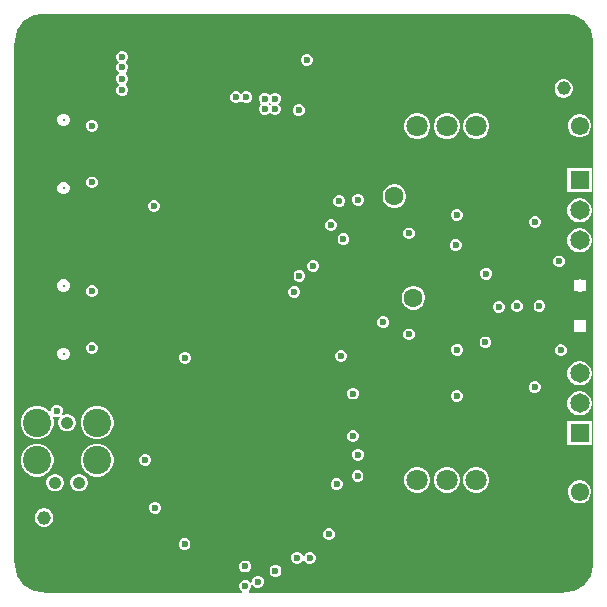
<source format=gbr>
%TF.GenerationSoftware,Altium Limited,Altium Designer,24.2.2 (26)*%
G04 Layer_Physical_Order=2*
G04 Layer_Color=36540*
%FSLAX45Y45*%
%MOMM*%
%TF.SameCoordinates,9421A899-AC1A-4384-8821-8213F9677E77*%
%TF.FilePolarity,Positive*%
%TF.FileFunction,Copper,L2,Inr,Signal*%
%TF.Part,Single*%
G01*
G75*
%TA.AperFunction,ComponentPad*%
%ADD46C,1.60000*%
%ADD47C,1.55000*%
%ADD48C,2.40000*%
%ADD49C,1.06700*%
%ADD50C,4.46000*%
%ADD51C,1.80000*%
%TA.AperFunction,WasherPad*%
%ADD52C,1.15200*%
%TA.AperFunction,ComponentPad*%
%ADD53C,0.32500*%
%TA.AperFunction,ViaPad*%
%ADD54C,5.00000*%
%TA.AperFunction,ComponentPad*%
%ADD55C,1.65000*%
%ADD56R,1.65000X1.65000*%
%TA.AperFunction,ViaPad*%
%ADD57C,0.80000*%
%ADD58C,0.60000*%
G36*
X10377500Y10567500D02*
X10627500D01*
Y6167500D01*
X10377500D01*
Y5917500D01*
X7713561Y5917500D01*
X7710916Y5929685D01*
X7710911Y5930200D01*
X7724888Y5944177D01*
X7732500Y5962554D01*
Y5978939D01*
X7744684Y5981584D01*
X7745200Y5981589D01*
X7759177Y5967612D01*
X7777554Y5960000D01*
X7797446D01*
X7815823Y5967612D01*
X7829888Y5981677D01*
X7837500Y6000054D01*
Y6019946D01*
X7829888Y6038323D01*
X7815823Y6052388D01*
X7797446Y6060000D01*
X7777554D01*
X7759177Y6052388D01*
X7745112Y6038323D01*
X7737500Y6019946D01*
Y6003561D01*
X7725316Y6000916D01*
X7724800Y6000911D01*
X7710823Y6014888D01*
X7692446Y6022500D01*
X7672554D01*
X7654177Y6014888D01*
X7640112Y6000823D01*
X7632500Y5982446D01*
Y5962554D01*
X7640112Y5944177D01*
X7654089Y5930200D01*
X7654084Y5929685D01*
X7651439Y5917500D01*
X5977500D01*
Y6167500D01*
X5727500D01*
Y10567500D01*
X5977500D01*
Y10817500D01*
X10377500D01*
Y10567500D01*
D02*
G37*
%LPC*%
G36*
X8212446Y10477500D02*
X8192554D01*
X8174177Y10469888D01*
X8160112Y10455823D01*
X8152500Y10437446D01*
Y10417554D01*
X8160112Y10399177D01*
X8174177Y10385112D01*
X8192554Y10377500D01*
X8212446D01*
X8230823Y10385112D01*
X8244888Y10399177D01*
X8252500Y10417554D01*
Y10437446D01*
X8244888Y10455823D01*
X8230823Y10469888D01*
X8212446Y10477500D01*
D02*
G37*
G36*
X7699945Y10160000D02*
X7680054D01*
X7661677Y10152388D01*
X7654547Y10145258D01*
X7646250Y10139301D01*
X7637953Y10145258D01*
X7630823Y10152388D01*
X7612446Y10160000D01*
X7592554D01*
X7574177Y10152388D01*
X7560112Y10138323D01*
X7552500Y10119946D01*
Y10100054D01*
X7560112Y10081677D01*
X7574177Y10067612D01*
X7592554Y10060000D01*
X7612446D01*
X7630823Y10067612D01*
X7637953Y10074743D01*
X7646250Y10080699D01*
X7654547Y10074743D01*
X7661677Y10067612D01*
X7680054Y10060000D01*
X7699945D01*
X7718323Y10067612D01*
X7732388Y10081677D01*
X7740000Y10100054D01*
Y10119946D01*
X7732388Y10138323D01*
X7718323Y10152388D01*
X7699945Y10160000D01*
D02*
G37*
G36*
X7942446Y10150000D02*
X7922554D01*
X7904177Y10142388D01*
X7897047Y10135258D01*
X7888750Y10129301D01*
X7880453Y10135258D01*
X7873323Y10142388D01*
X7854946Y10150000D01*
X7835054D01*
X7816677Y10142388D01*
X7802612Y10128323D01*
X7795000Y10109946D01*
Y10090054D01*
X7802612Y10071677D01*
X7809743Y10064547D01*
X7815699Y10056250D01*
X7809743Y10047953D01*
X7802612Y10040823D01*
X7795000Y10022446D01*
Y10002554D01*
X7802612Y9984177D01*
X7816677Y9970112D01*
X7835054Y9962500D01*
X7854946D01*
X7873323Y9970112D01*
X7880453Y9977242D01*
X7888750Y9983199D01*
X7897047Y9977242D01*
X7904177Y9970112D01*
X7922554Y9962500D01*
X7942446D01*
X7960823Y9970112D01*
X7974888Y9984177D01*
X7982500Y10002554D01*
Y10022446D01*
X7974888Y10040823D01*
X7967757Y10047953D01*
X7961801Y10056250D01*
X7967757Y10064547D01*
X7974888Y10071677D01*
X7982500Y10090054D01*
Y10109946D01*
X7974888Y10128323D01*
X7960823Y10142388D01*
X7942446Y10150000D01*
D02*
G37*
G36*
X6649945Y10502500D02*
X6630054D01*
X6611677Y10494888D01*
X6597612Y10480823D01*
X6590000Y10462445D01*
Y10442554D01*
X6597612Y10424177D01*
X6604742Y10417046D01*
X6610699Y10408750D01*
X6604742Y10400453D01*
X6597612Y10393323D01*
X6590000Y10374945D01*
Y10355054D01*
X6597612Y10336677D01*
X6611677Y10322612D01*
X6611706Y10322600D01*
Y10309900D01*
X6611677Y10309888D01*
X6597612Y10295823D01*
X6590000Y10277446D01*
Y10257554D01*
X6597612Y10239177D01*
X6611677Y10225112D01*
X6611706Y10225100D01*
Y10212400D01*
X6611677Y10212388D01*
X6597612Y10198323D01*
X6590000Y10179945D01*
Y10160054D01*
X6597612Y10141677D01*
X6611677Y10127612D01*
X6630054Y10120000D01*
X6649945D01*
X6668322Y10127612D01*
X6682388Y10141677D01*
X6690000Y10160054D01*
Y10179945D01*
X6682388Y10198323D01*
X6668322Y10212388D01*
X6668293Y10212400D01*
Y10225100D01*
X6668322Y10225112D01*
X6682388Y10239177D01*
X6690000Y10257554D01*
Y10277446D01*
X6682388Y10295823D01*
X6668322Y10309888D01*
X6668294Y10309900D01*
Y10322600D01*
X6668322Y10322612D01*
X6682388Y10336677D01*
X6690000Y10355054D01*
Y10374945D01*
X6682388Y10393323D01*
X6675257Y10400453D01*
X6669301Y10408750D01*
X6675257Y10417046D01*
X6682388Y10424177D01*
X6690000Y10442554D01*
Y10462445D01*
X6682388Y10480823D01*
X6668322Y10494888D01*
X6649945Y10502500D01*
D02*
G37*
G36*
X10387716Y10262600D02*
X10367284D01*
X10347548Y10257312D01*
X10329853Y10247095D01*
X10315405Y10232648D01*
X10305188Y10214953D01*
X10299900Y10195216D01*
Y10174784D01*
X10305188Y10155048D01*
X10315405Y10137353D01*
X10329853Y10122905D01*
X10340996Y10116471D01*
X10347548Y10112689D01*
X10367284Y10107400D01*
X10387716D01*
X10407452Y10112689D01*
X10425147Y10122905D01*
X10439595Y10137353D01*
X10449811Y10155048D01*
X10455100Y10174784D01*
Y10195216D01*
X10449811Y10214953D01*
X10439595Y10232648D01*
X10425147Y10247095D01*
X10407452Y10257312D01*
X10387716Y10262600D01*
D02*
G37*
G36*
X8144946Y10050000D02*
X8125054D01*
X8106677Y10042388D01*
X8092612Y10028323D01*
X8085000Y10009946D01*
Y9990054D01*
X8092612Y9971677D01*
X8106677Y9957612D01*
X8125054Y9950000D01*
X8144946D01*
X8163323Y9957612D01*
X8177388Y9971677D01*
X8185000Y9990054D01*
Y10009946D01*
X8177388Y10028323D01*
X8163323Y10042388D01*
X8144946Y10050000D01*
D02*
G37*
G36*
X6154680Y9970954D02*
X6133794D01*
X6114498Y9962962D01*
X6099730Y9948193D01*
X6091737Y9928897D01*
Y9908011D01*
X6099730Y9888716D01*
X6114498Y9873947D01*
X6133794Y9865954D01*
X6154680D01*
X6173976Y9873947D01*
X6188745Y9888716D01*
X6196737Y9908011D01*
Y9928897D01*
X6188745Y9948193D01*
X6173976Y9962962D01*
X6154680Y9970954D01*
D02*
G37*
G36*
X6394946Y9919500D02*
X6375054D01*
X6356677Y9911888D01*
X6342612Y9897823D01*
X6335000Y9879446D01*
Y9859554D01*
X6342612Y9841177D01*
X6356677Y9827112D01*
X6375054Y9819500D01*
X6394946D01*
X6413323Y9827112D01*
X6427388Y9841177D01*
X6435000Y9859554D01*
Y9879446D01*
X6427388Y9897823D01*
X6413323Y9911888D01*
X6394946Y9919500D01*
D02*
G37*
G36*
X10524236Y9967000D02*
X10498564D01*
X10473766Y9960355D01*
X10451534Y9947519D01*
X10433381Y9929366D01*
X10420545Y9907134D01*
X10413900Y9882336D01*
Y9856664D01*
X10420545Y9831866D01*
X10433381Y9809634D01*
X10451534Y9791481D01*
X10473766Y9778645D01*
X10498564Y9772000D01*
X10524236D01*
X10549034Y9778645D01*
X10571266Y9791481D01*
X10589420Y9809634D01*
X10602255Y9831866D01*
X10608900Y9856664D01*
Y9882336D01*
X10602255Y9907134D01*
X10589420Y9929366D01*
X10571266Y9947519D01*
X10549034Y9960355D01*
X10524236Y9967000D01*
D02*
G37*
G36*
X9652546Y9975333D02*
X9623582D01*
X9595606Y9967837D01*
X9570523Y9953355D01*
X9550043Y9932874D01*
X9535561Y9907791D01*
X9528065Y9879815D01*
Y9850851D01*
X9535561Y9822875D01*
X9550043Y9797792D01*
X9570523Y9777311D01*
X9595606Y9762830D01*
X9623582Y9755333D01*
X9652546D01*
X9680523Y9762830D01*
X9705606Y9777311D01*
X9726086Y9797792D01*
X9740568Y9822875D01*
X9748064Y9850851D01*
Y9879815D01*
X9740568Y9907791D01*
X9726086Y9932874D01*
X9705606Y9953355D01*
X9680523Y9967837D01*
X9652546Y9975333D01*
D02*
G37*
G36*
X9402546D02*
X9373582D01*
X9345606Y9967837D01*
X9320523Y9953355D01*
X9300043Y9932874D01*
X9285561Y9907791D01*
X9278065Y9879815D01*
Y9850851D01*
X9285561Y9822875D01*
X9300043Y9797792D01*
X9320523Y9777311D01*
X9345606Y9762830D01*
X9373582Y9755333D01*
X9402546D01*
X9430523Y9762830D01*
X9455606Y9777311D01*
X9476086Y9797792D01*
X9490568Y9822875D01*
X9498064Y9850851D01*
Y9879815D01*
X9490568Y9907791D01*
X9476086Y9932874D01*
X9455606Y9953355D01*
X9430523Y9967837D01*
X9402546Y9975333D01*
D02*
G37*
G36*
X9152546D02*
X9123582D01*
X9095606Y9967837D01*
X9070523Y9953355D01*
X9050043Y9932874D01*
X9035561Y9907791D01*
X9028064Y9879815D01*
Y9850851D01*
X9035561Y9822875D01*
X9050043Y9797792D01*
X9070523Y9777311D01*
X9095606Y9762830D01*
X9123582Y9755333D01*
X9152546D01*
X9180523Y9762830D01*
X9205606Y9777311D01*
X9226086Y9797792D01*
X9240568Y9822875D01*
X9248064Y9850851D01*
Y9879815D01*
X9240568Y9907791D01*
X9226086Y9932874D01*
X9205606Y9953355D01*
X9180523Y9967837D01*
X9152546Y9975333D01*
D02*
G37*
G36*
X6394946Y9439500D02*
X6375054D01*
X6356677Y9431888D01*
X6342612Y9417823D01*
X6335000Y9399446D01*
Y9379554D01*
X6342612Y9361177D01*
X6356677Y9347112D01*
X6375054Y9339500D01*
X6394946D01*
X6413323Y9347112D01*
X6427388Y9361177D01*
X6435000Y9379554D01*
Y9399446D01*
X6427388Y9417823D01*
X6413323Y9431888D01*
X6394946Y9439500D01*
D02*
G37*
G36*
X10613899Y9509541D02*
X10408899D01*
Y9304541D01*
X10613899D01*
Y9509541D01*
D02*
G37*
G36*
X6154680Y9392955D02*
X6133794D01*
X6114498Y9384962D01*
X6099730Y9370193D01*
X6091737Y9350897D01*
Y9330012D01*
X6099730Y9310716D01*
X6114498Y9295947D01*
X6133794Y9287954D01*
X6154680D01*
X6173976Y9295947D01*
X6188745Y9310716D01*
X6196737Y9330012D01*
Y9350897D01*
X6188745Y9370193D01*
X6173976Y9384962D01*
X6154680Y9392955D01*
D02*
G37*
G36*
X8647446Y9292500D02*
X8627554D01*
X8609177Y9284888D01*
X8595112Y9270823D01*
X8587500Y9252446D01*
Y9232554D01*
X8595112Y9214177D01*
X8609177Y9200112D01*
X8627554Y9192500D01*
X8647446D01*
X8665823Y9200112D01*
X8679888Y9214177D01*
X8687500Y9232554D01*
Y9252446D01*
X8679888Y9270823D01*
X8665823Y9284888D01*
X8647446Y9292500D01*
D02*
G37*
G36*
X8487446Y9280000D02*
X8467554D01*
X8449177Y9272388D01*
X8435112Y9258323D01*
X8427500Y9239946D01*
Y9220054D01*
X8435112Y9201677D01*
X8449177Y9187612D01*
X8467554Y9180000D01*
X8487446D01*
X8505823Y9187612D01*
X8519888Y9201677D01*
X8527500Y9220054D01*
Y9239946D01*
X8519888Y9258323D01*
X8505823Y9272388D01*
X8487446Y9280000D01*
D02*
G37*
G36*
X8957865Y9373034D02*
X8931534D01*
X8906101Y9366219D01*
X8883298Y9353053D01*
X8864680Y9334435D01*
X8851514Y9311632D01*
X8844700Y9286199D01*
Y9259868D01*
X8851514Y9234435D01*
X8864680Y9211633D01*
X8883298Y9193014D01*
X8906101Y9179849D01*
X8931534Y9173034D01*
X8957865D01*
X8983298Y9179849D01*
X9006101Y9193014D01*
X9024719Y9211633D01*
X9037884Y9234435D01*
X9044699Y9259868D01*
Y9286199D01*
X9037884Y9311632D01*
X9024719Y9334435D01*
X9006101Y9353053D01*
X8983298Y9366219D01*
X8957865Y9373034D01*
D02*
G37*
G36*
X6917446Y9240000D02*
X6897554D01*
X6879177Y9232388D01*
X6865112Y9218323D01*
X6857500Y9199946D01*
Y9180054D01*
X6865112Y9161677D01*
X6879177Y9147612D01*
X6897554Y9140000D01*
X6917446D01*
X6935823Y9147612D01*
X6949888Y9161677D01*
X6957500Y9180054D01*
Y9199946D01*
X6949888Y9218323D01*
X6935823Y9232388D01*
X6917446Y9240000D01*
D02*
G37*
G36*
X9482446Y9165000D02*
X9462554D01*
X9444177Y9157388D01*
X9430112Y9143323D01*
X9422500Y9124946D01*
Y9105054D01*
X9430112Y9086677D01*
X9444177Y9072612D01*
X9462554Y9065000D01*
X9482446D01*
X9500823Y9072612D01*
X9514888Y9086677D01*
X9522500Y9105054D01*
Y9124946D01*
X9514888Y9143323D01*
X9500823Y9157388D01*
X9482446Y9165000D01*
D02*
G37*
G36*
X10524894Y9255541D02*
X10497905D01*
X10471836Y9248556D01*
X10448463Y9235062D01*
X10429379Y9215978D01*
X10415885Y9192605D01*
X10408899Y9166535D01*
Y9139547D01*
X10415885Y9113478D01*
X10429379Y9090105D01*
X10448463Y9071021D01*
X10471836Y9057526D01*
X10497905Y9050541D01*
X10524894D01*
X10550963Y9057526D01*
X10574336Y9071021D01*
X10593420Y9090105D01*
X10606914Y9113478D01*
X10613899Y9139547D01*
Y9166535D01*
X10606914Y9192605D01*
X10593420Y9215978D01*
X10574336Y9235062D01*
X10550963Y9248556D01*
X10524894Y9255541D01*
D02*
G37*
G36*
X10144946Y9105000D02*
X10125054D01*
X10106677Y9097388D01*
X10092612Y9083323D01*
X10085000Y9064946D01*
Y9045054D01*
X10092612Y9026677D01*
X10106677Y9012612D01*
X10125054Y9005000D01*
X10144946D01*
X10163323Y9012612D01*
X10177388Y9026677D01*
X10185000Y9045054D01*
Y9064946D01*
X10177388Y9083323D01*
X10163323Y9097388D01*
X10144946Y9105000D01*
D02*
G37*
G36*
X8417446Y9077500D02*
X8397554D01*
X8379177Y9069888D01*
X8365112Y9055823D01*
X8357500Y9037446D01*
Y9017554D01*
X8365112Y8999177D01*
X8379177Y8985112D01*
X8397554Y8977500D01*
X8417446D01*
X8435823Y8985112D01*
X8449888Y8999177D01*
X8457500Y9017554D01*
Y9037446D01*
X8449888Y9055823D01*
X8435823Y9069888D01*
X8417446Y9077500D01*
D02*
G37*
G36*
X9077446Y9007500D02*
X9057554D01*
X9039177Y8999888D01*
X9025112Y8985823D01*
X9017500Y8967446D01*
Y8947554D01*
X9025112Y8929177D01*
X9039177Y8915112D01*
X9057554Y8907500D01*
X9077446D01*
X9095823Y8915112D01*
X9109888Y8929177D01*
X9117500Y8947554D01*
Y8967446D01*
X9109888Y8985823D01*
X9095823Y8999888D01*
X9077446Y9007500D01*
D02*
G37*
G36*
X8522446Y8957500D02*
X8502554D01*
X8484177Y8949888D01*
X8470112Y8935823D01*
X8462500Y8917446D01*
Y8897554D01*
X8470112Y8879177D01*
X8484177Y8865112D01*
X8502554Y8857500D01*
X8522446D01*
X8540823Y8865112D01*
X8554888Y8879177D01*
X8562500Y8897554D01*
Y8917446D01*
X8554888Y8935823D01*
X8540823Y8949888D01*
X8522446Y8957500D01*
D02*
G37*
G36*
X9472446Y8907500D02*
X9452554D01*
X9434177Y8899888D01*
X9420112Y8885823D01*
X9412500Y8867446D01*
Y8847554D01*
X9420112Y8829177D01*
X9434177Y8815112D01*
X9452554Y8807500D01*
X9472446D01*
X9490823Y8815112D01*
X9504888Y8829177D01*
X9512500Y8847554D01*
Y8867446D01*
X9504888Y8885823D01*
X9490823Y8899888D01*
X9472446Y8907500D01*
D02*
G37*
G36*
X10524894Y9001541D02*
X10497905D01*
X10471836Y8994556D01*
X10448463Y8981062D01*
X10429379Y8961978D01*
X10415885Y8938605D01*
X10408899Y8912535D01*
Y8885547D01*
X10415885Y8859478D01*
X10429379Y8836105D01*
X10448463Y8817021D01*
X10471836Y8803526D01*
X10497905Y8796541D01*
X10524894D01*
X10550963Y8803526D01*
X10574336Y8817021D01*
X10593420Y8836105D01*
X10606914Y8859478D01*
X10613899Y8885547D01*
Y8912535D01*
X10606914Y8938605D01*
X10593420Y8961978D01*
X10574336Y8981062D01*
X10550963Y8994556D01*
X10524894Y9001541D01*
D02*
G37*
G36*
X10347902Y8770456D02*
X10328011D01*
X10309634Y8762845D01*
X10295568Y8748779D01*
X10287957Y8730402D01*
Y8710511D01*
X10295568Y8692134D01*
X10309634Y8678068D01*
X10328011Y8670457D01*
X10347902D01*
X10364800Y8677456D01*
X10366279Y8678068D01*
X10380344Y8692134D01*
X10387956Y8710511D01*
Y8730402D01*
X10380344Y8748779D01*
X10366279Y8762845D01*
X10364800Y8763457D01*
D01*
X10347902Y8770456D01*
D02*
G37*
G36*
X8267446Y8732500D02*
X8247554D01*
X8229177Y8724888D01*
X8215112Y8710823D01*
X8207500Y8692446D01*
Y8672554D01*
X8215112Y8654177D01*
X8229177Y8640112D01*
X8247554Y8632500D01*
X8267446D01*
X8285823Y8640112D01*
X8299888Y8654177D01*
X8307500Y8672554D01*
Y8692446D01*
X8299888Y8710823D01*
X8285823Y8724888D01*
X8267446Y8732500D01*
D02*
G37*
G36*
X9732446Y8667500D02*
X9712554D01*
X9694177Y8659888D01*
X9680112Y8645823D01*
X9672500Y8627446D01*
Y8607554D01*
X9680112Y8589177D01*
X9694177Y8575112D01*
X9712554Y8567500D01*
X9732446D01*
X9750823Y8575112D01*
X9764888Y8589177D01*
X9772500Y8607554D01*
Y8627446D01*
X9764888Y8645823D01*
X9750823Y8659888D01*
X9732446Y8667500D01*
D02*
G37*
G36*
X8149946Y8650000D02*
X8130054D01*
X8111677Y8642388D01*
X8097612Y8628323D01*
X8090000Y8609946D01*
Y8590054D01*
X8097612Y8571677D01*
X8111677Y8557612D01*
X8130054Y8550000D01*
X8149946D01*
X8168323Y8557612D01*
X8182388Y8571677D01*
X8190000Y8590054D01*
Y8609946D01*
X8182388Y8628323D01*
X8168323Y8642388D01*
X8149946Y8650000D01*
D02*
G37*
G36*
X10524772Y8568600D02*
X10504086D01*
X10499258Y8566600D01*
X10464400D01*
Y8531701D01*
X10462429Y8526943D01*
Y8506257D01*
X10464400Y8501499D01*
Y8466600D01*
X10499257D01*
X10504086Y8464600D01*
X10524772D01*
X10529601Y8466600D01*
X10564400D01*
Y8501358D01*
X10566429Y8506257D01*
Y8526943D01*
X10564400Y8531842D01*
Y8566600D01*
X10529600D01*
X10524772Y8568600D01*
D02*
G37*
G36*
X6154643Y8568454D02*
X6133757D01*
X6114461Y8560462D01*
X6099693Y8545693D01*
X6091700Y8526397D01*
Y8505511D01*
X6099693Y8486215D01*
X6114461Y8471447D01*
X6133757Y8463454D01*
X6154643D01*
X6173939Y8471447D01*
X6188707Y8486215D01*
X6196700Y8505511D01*
Y8526397D01*
X6188707Y8545693D01*
X6173939Y8560462D01*
X6154643Y8568454D01*
D02*
G37*
G36*
X6394946Y8517000D02*
X6375054D01*
X6356677Y8509388D01*
X6342612Y8495323D01*
X6335000Y8476946D01*
Y8457054D01*
X6342612Y8438677D01*
X6356677Y8424612D01*
X6375054Y8417000D01*
X6394946D01*
X6413323Y8424612D01*
X6427388Y8438677D01*
X6435000Y8457054D01*
Y8476946D01*
X6427388Y8495323D01*
X6413323Y8509388D01*
X6394946Y8517000D01*
D02*
G37*
G36*
X8107446Y8512500D02*
X8087554D01*
X8069177Y8504888D01*
X8055112Y8490823D01*
X8047500Y8472446D01*
Y8452554D01*
X8055112Y8434177D01*
X8069177Y8420112D01*
X8087554Y8412500D01*
X8107446D01*
X8125823Y8420112D01*
X8139888Y8434177D01*
X8147500Y8452554D01*
Y8472446D01*
X8139888Y8490823D01*
X8125823Y8504888D01*
X8107446Y8512500D01*
D02*
G37*
G36*
X9117865Y8513055D02*
X9091534D01*
X9066101Y8506240D01*
X9043298Y8493075D01*
X9024680Y8474456D01*
X9011515Y8451653D01*
X9004700Y8426220D01*
Y8399890D01*
X9011515Y8374457D01*
X9024680Y8351654D01*
X9043298Y8333035D01*
X9066101Y8319870D01*
X9091534Y8313055D01*
X9117865D01*
X9143298Y8319870D01*
X9166101Y8333035D01*
X9184719Y8351654D01*
X9197885Y8374457D01*
X9204699Y8399890D01*
Y8426220D01*
X9197885Y8451653D01*
X9184719Y8474456D01*
X9166101Y8493075D01*
X9143298Y8506240D01*
X9117865Y8513055D01*
D02*
G37*
G36*
X10182446Y8392500D02*
X10162554D01*
X10144177Y8384888D01*
X10130112Y8370823D01*
X10122500Y8352446D01*
Y8332554D01*
X10130112Y8314177D01*
X10144177Y8300112D01*
X10162554Y8292500D01*
X10182446D01*
X10200823Y8300112D01*
X10214888Y8314177D01*
X10222500Y8332554D01*
Y8352446D01*
X10214888Y8370823D01*
X10200823Y8384888D01*
X10182446Y8392500D01*
D02*
G37*
G36*
X9992446Y8390000D02*
X9972554D01*
X9954177Y8382388D01*
X9940112Y8368323D01*
X9932500Y8349946D01*
Y8330054D01*
X9940112Y8311677D01*
X9954177Y8297612D01*
X9972554Y8290000D01*
X9992446D01*
X10010823Y8297612D01*
X10024888Y8311677D01*
X10032500Y8330054D01*
Y8349946D01*
X10024888Y8368323D01*
X10010823Y8382388D01*
X9992446Y8390000D01*
D02*
G37*
G36*
X9837446Y8385000D02*
X9817554D01*
X9799177Y8377388D01*
X9785112Y8363323D01*
X9777500Y8344946D01*
Y8325054D01*
X9785112Y8306677D01*
X9799177Y8292612D01*
X9817554Y8285000D01*
X9837446D01*
X9855823Y8292612D01*
X9869888Y8306677D01*
X9877500Y8325054D01*
Y8344946D01*
X9869888Y8363323D01*
X9855823Y8377388D01*
X9837446Y8385000D01*
D02*
G37*
G36*
X8859946Y8255000D02*
X8840054D01*
X8821677Y8247388D01*
X8807612Y8233323D01*
X8800000Y8214946D01*
Y8195054D01*
X8807612Y8176677D01*
X8821677Y8162612D01*
X8840054Y8155000D01*
X8859946D01*
X8878323Y8162612D01*
X8892388Y8176677D01*
X8900000Y8195054D01*
Y8214946D01*
X8892388Y8233323D01*
X8878323Y8247388D01*
X8859946Y8255000D01*
D02*
G37*
G36*
X10524744Y8228575D02*
X10504057D01*
X10499288Y8226600D01*
X10464400D01*
Y8191747D01*
X10462400Y8186919D01*
Y8166232D01*
X10464400Y8161404D01*
Y8126600D01*
X10499169D01*
X10504057Y8124576D01*
X10524744D01*
X10529632Y8126600D01*
X10564400D01*
Y8161403D01*
X10566400Y8166232D01*
Y8186919D01*
X10564400Y8191748D01*
Y8226600D01*
X10529513D01*
X10524744Y8228575D01*
D02*
G37*
G36*
X9077446Y8152500D02*
X9057554D01*
X9039177Y8144888D01*
X9025112Y8130823D01*
X9017500Y8112446D01*
Y8092554D01*
X9025112Y8074177D01*
X9039177Y8060112D01*
X9057554Y8052500D01*
X9077446D01*
X9095823Y8060112D01*
X9109888Y8074177D01*
X9117500Y8092554D01*
Y8112446D01*
X9109888Y8130823D01*
X9095823Y8144888D01*
X9077446Y8152500D01*
D02*
G37*
G36*
X9724945Y8085000D02*
X9705054D01*
X9686677Y8077388D01*
X9672612Y8063323D01*
X9665000Y8044946D01*
Y8025054D01*
X9672612Y8006677D01*
X9686677Y7992612D01*
X9705054Y7985000D01*
X9724945D01*
X9743323Y7992612D01*
X9757388Y8006677D01*
X9765000Y8025054D01*
Y8044946D01*
X9757388Y8063323D01*
X9743323Y8077388D01*
X9724945Y8085000D01*
D02*
G37*
G36*
X6394946Y8037000D02*
X6375054D01*
X6356677Y8029388D01*
X6342612Y8015323D01*
X6335000Y7996946D01*
Y7977054D01*
X6342612Y7958677D01*
X6356677Y7944612D01*
X6375054Y7937000D01*
X6394946D01*
X6413323Y7944612D01*
X6427388Y7958677D01*
X6435000Y7977054D01*
Y7996946D01*
X6427388Y8015323D01*
X6413323Y8029388D01*
X6394946Y8037000D01*
D02*
G37*
G36*
X9487446Y8022500D02*
X9467554D01*
X9449177Y8014888D01*
X9435112Y8000823D01*
X9427500Y7982446D01*
Y7962554D01*
X9435112Y7944177D01*
X9449177Y7930112D01*
X9467554Y7922500D01*
X9487446D01*
X9505823Y7930112D01*
X9519888Y7944177D01*
X9527500Y7962554D01*
Y7982446D01*
X9519888Y8000823D01*
X9505823Y8014888D01*
X9487446Y8022500D01*
D02*
G37*
G36*
X10364946Y8017500D02*
X10345054D01*
X10332700Y8012383D01*
X10326677Y8009888D01*
X10312612Y7995823D01*
X10305000Y7977446D01*
Y7957554D01*
X10312612Y7939177D01*
X10326677Y7925112D01*
X10345054Y7917500D01*
X10364946D01*
X10383323Y7925112D01*
X10397388Y7939177D01*
X10405000Y7957554D01*
Y7977446D01*
X10397388Y7995823D01*
X10383323Y8009888D01*
X10366940Y8016674D01*
X10364946Y8017500D01*
D02*
G37*
G36*
X6154643Y7990454D02*
X6133757D01*
X6114461Y7982462D01*
X6099693Y7967693D01*
X6091700Y7948397D01*
Y7927511D01*
X6099693Y7908216D01*
X6114461Y7893447D01*
X6133757Y7885454D01*
X6154643D01*
X6173939Y7893447D01*
X6188707Y7908216D01*
X6196700Y7927511D01*
Y7948397D01*
X6188707Y7967693D01*
X6173939Y7982462D01*
X6154643Y7990454D01*
D02*
G37*
G36*
X8502446Y7970000D02*
X8482554D01*
X8464177Y7962388D01*
X8450112Y7948323D01*
X8442500Y7929946D01*
Y7910054D01*
X8450112Y7891677D01*
X8464177Y7877612D01*
X8482554Y7870000D01*
X8502446D01*
X8520823Y7877612D01*
X8534888Y7891677D01*
X8542500Y7910054D01*
Y7929946D01*
X8534888Y7948323D01*
X8520823Y7962388D01*
X8502446Y7970000D01*
D02*
G37*
G36*
X7179946Y7955000D02*
X7160054D01*
X7141677Y7947388D01*
X7127612Y7933323D01*
X7120000Y7914946D01*
Y7895054D01*
X7127612Y7876677D01*
X7141677Y7862612D01*
X7160054Y7855000D01*
X7179946D01*
X7198323Y7862612D01*
X7212388Y7876677D01*
X7220000Y7895054D01*
Y7914946D01*
X7212388Y7933323D01*
X7198323Y7947388D01*
X7179946Y7955000D01*
D02*
G37*
G36*
X10524894Y7875959D02*
X10497906D01*
X10471837Y7868974D01*
X10448464Y7855479D01*
X10429380Y7836395D01*
X10415885Y7813022D01*
X10408900Y7786953D01*
Y7759965D01*
X10415885Y7733895D01*
X10429380Y7710523D01*
X10448464Y7691439D01*
X10471837Y7677944D01*
X10497906Y7670959D01*
X10524894D01*
X10550964Y7677944D01*
X10574336Y7691439D01*
X10593421Y7710523D01*
X10606915Y7733895D01*
X10613900Y7759965D01*
Y7786953D01*
X10606915Y7813022D01*
X10593421Y7836395D01*
X10574336Y7855479D01*
X10550964Y7868974D01*
X10524894Y7875959D01*
D02*
G37*
G36*
X10142446Y7705000D02*
X10122554D01*
X10104177Y7697388D01*
X10090112Y7683323D01*
X10082500Y7664946D01*
Y7645054D01*
X10090112Y7626677D01*
X10104177Y7612612D01*
X10122554Y7605000D01*
X10142446D01*
X10160823Y7612612D01*
X10174888Y7626677D01*
X10182500Y7645054D01*
Y7664946D01*
X10174888Y7683323D01*
X10160823Y7697388D01*
X10142446Y7705000D01*
D02*
G37*
G36*
X8602446Y7652500D02*
X8582554D01*
X8564177Y7644888D01*
X8550112Y7630823D01*
X8542500Y7612446D01*
Y7592554D01*
X8550112Y7574177D01*
X8564177Y7560112D01*
X8582554Y7552500D01*
X8602446D01*
X8620823Y7560112D01*
X8634888Y7574177D01*
X8642500Y7592554D01*
Y7612446D01*
X8634888Y7630823D01*
X8620823Y7644888D01*
X8602446Y7652500D01*
D02*
G37*
G36*
X9482446Y7632500D02*
X9462554D01*
X9444177Y7624888D01*
X9430112Y7610823D01*
X9422500Y7592446D01*
Y7572554D01*
X9430112Y7554177D01*
X9444177Y7540112D01*
X9462554Y7532500D01*
X9482446D01*
X9500823Y7540112D01*
X9514888Y7554177D01*
X9522500Y7572554D01*
Y7592446D01*
X9514888Y7610823D01*
X9500823Y7624888D01*
X9482446Y7632500D01*
D02*
G37*
G36*
X6094946Y7507500D02*
X6075054D01*
X6067500Y7504371D01*
D01*
X6056677Y7499888D01*
X6042612Y7485823D01*
X6035000Y7467446D01*
Y7455129D01*
X6022300Y7449869D01*
D01*
X6004816Y7467353D01*
X5972892Y7485785D01*
X5937285Y7495325D01*
X5900423D01*
X5864816Y7485785D01*
X5832892Y7467353D01*
X5806826Y7441287D01*
X5788395Y7409363D01*
X5778854Y7373757D01*
Y7336894D01*
X5788395Y7301287D01*
X5806826Y7269363D01*
X5832892Y7243298D01*
X5864816Y7224866D01*
X5900423Y7215325D01*
X5937285D01*
X5972892Y7224866D01*
X6004816Y7243298D01*
X6030882Y7269363D01*
X6049313Y7301287D01*
X6054800Y7321764D01*
D01*
X6058854Y7336894D01*
Y7373757D01*
X6050587Y7404609D01*
X6061096Y7413282D01*
X6075054Y7407500D01*
X6094946D01*
X6109267Y7413432D01*
X6116461Y7402665D01*
X6114159Y7400363D01*
X6104503Y7383638D01*
X6099504Y7364982D01*
Y7345669D01*
X6104503Y7327013D01*
X6114159Y7310287D01*
X6127816Y7296631D01*
X6144542Y7286974D01*
X6163197Y7281976D01*
X6182510D01*
X6201166Y7286974D01*
X6217892Y7296631D01*
X6231548Y7310287D01*
X6241205Y7327013D01*
X6246204Y7345669D01*
Y7364982D01*
X6241205Y7383638D01*
X6231548Y7400363D01*
X6217892Y7414020D01*
X6201166Y7423677D01*
X6182510Y7428675D01*
X6163197D01*
X6144542Y7423677D01*
X6133437Y7417265D01*
X6125638Y7427428D01*
X6127388Y7429177D01*
X6135000Y7447554D01*
Y7467446D01*
X6127388Y7485823D01*
X6113323Y7499888D01*
X6094946Y7507500D01*
D02*
G37*
G36*
X10524894Y7621959D02*
X10497906D01*
X10471837Y7614974D01*
X10448464Y7601479D01*
X10429380Y7582395D01*
X10415885Y7559022D01*
X10408900Y7532953D01*
Y7505965D01*
X10415885Y7479895D01*
X10429380Y7456523D01*
X10448464Y7437439D01*
X10471837Y7423944D01*
X10497906Y7416959D01*
X10524894D01*
X10550964Y7423944D01*
X10574336Y7437439D01*
X10593421Y7456523D01*
X10606915Y7479895D01*
X10613900Y7505965D01*
Y7532953D01*
X10606915Y7559022D01*
X10593421Y7582395D01*
X10574336Y7601479D01*
X10550964Y7614974D01*
X10524894Y7621959D01*
D02*
G37*
G36*
X6445285Y7495325D02*
X6408423D01*
X6372816Y7485785D01*
X6340892Y7467353D01*
X6314826Y7441287D01*
X6296395Y7409363D01*
X6286854Y7373757D01*
Y7336894D01*
X6296395Y7301287D01*
X6314826Y7269363D01*
X6340892Y7243298D01*
X6372816Y7224866D01*
X6408423Y7215325D01*
X6445285D01*
X6480892Y7224866D01*
X6512816Y7243298D01*
X6538882Y7269363D01*
X6557313Y7301287D01*
X6566854Y7336894D01*
Y7373757D01*
X6557313Y7409363D01*
X6538882Y7441287D01*
X6512816Y7467353D01*
X6480892Y7485785D01*
X6445285Y7495325D01*
D02*
G37*
G36*
X8602446Y7290000D02*
X8582554D01*
X8564177Y7282388D01*
X8550112Y7268323D01*
X8542500Y7249946D01*
Y7230054D01*
X8550112Y7211677D01*
X8564177Y7197612D01*
X8582554Y7190000D01*
X8602446D01*
X8620823Y7197612D01*
X8634888Y7211677D01*
X8642500Y7230054D01*
Y7249946D01*
X8634888Y7268323D01*
X8620823Y7282388D01*
X8602446Y7290000D01*
D02*
G37*
G36*
X10613900Y7367959D02*
X10408900D01*
Y7162959D01*
X10613900D01*
Y7367959D01*
D02*
G37*
G36*
X8644946Y7135000D02*
X8625054D01*
X8606677Y7127388D01*
X8592612Y7113323D01*
X8585000Y7094946D01*
Y7075054D01*
X8592612Y7056677D01*
X8606677Y7042612D01*
X8625054Y7035000D01*
X8644946D01*
X8663323Y7042612D01*
X8677388Y7056677D01*
X8685000Y7075054D01*
Y7094946D01*
X8677388Y7113323D01*
X8663323Y7127388D01*
X8644946Y7135000D01*
D02*
G37*
G36*
X5937285Y7177825D02*
X5900423D01*
X5864816Y7168285D01*
X5832892Y7149853D01*
X5806826Y7123787D01*
X5788395Y7091863D01*
X5778854Y7056257D01*
Y7019394D01*
X5788395Y6983787D01*
X5806826Y6951863D01*
X5832892Y6925798D01*
X5864816Y6907366D01*
X5900423Y6897825D01*
X5937285D01*
X5972892Y6907366D01*
X6004816Y6925798D01*
X6030882Y6951863D01*
X6049313Y6983787D01*
X6054800Y7004264D01*
D01*
X6058854Y7019394D01*
Y7056257D01*
X6054800Y7071387D01*
X6049313Y7091863D01*
X6030882Y7123787D01*
X6004816Y7149853D01*
X5972892Y7168285D01*
X5937285Y7177825D01*
D02*
G37*
G36*
X6844946Y7090000D02*
X6825054D01*
X6806677Y7082388D01*
X6792612Y7068323D01*
X6785000Y7049946D01*
Y7030054D01*
X6792612Y7011677D01*
X6806677Y6997612D01*
X6825054Y6990000D01*
X6844946D01*
X6863323Y6997612D01*
X6877388Y7011677D01*
X6885000Y7030054D01*
Y7049946D01*
X6877388Y7068323D01*
X6863323Y7082388D01*
X6844946Y7090000D01*
D02*
G37*
G36*
X6445285Y7177825D02*
X6408423D01*
X6372816Y7168285D01*
X6340892Y7149853D01*
X6314826Y7123787D01*
X6296395Y7091863D01*
X6286854Y7056257D01*
Y7019394D01*
X6296395Y6983787D01*
X6314826Y6951863D01*
X6340892Y6925798D01*
X6372816Y6907366D01*
X6408423Y6897825D01*
X6445285D01*
X6480892Y6907366D01*
X6512816Y6925798D01*
X6538882Y6951863D01*
X6557313Y6983787D01*
X6566854Y7019394D01*
Y7056257D01*
X6557313Y7091863D01*
X6538882Y7123787D01*
X6512816Y7149853D01*
X6480892Y7168285D01*
X6445285Y7177825D01*
D02*
G37*
G36*
X8642446Y6955000D02*
X8622554D01*
X8604177Y6947388D01*
X8590112Y6933323D01*
X8582500Y6914946D01*
Y6895054D01*
X8590112Y6876677D01*
X8604177Y6862612D01*
X8622554Y6855000D01*
X8642446D01*
X8660823Y6862612D01*
X8674888Y6876677D01*
X8682500Y6895054D01*
Y6914946D01*
X8674888Y6933323D01*
X8660823Y6947388D01*
X8642446Y6955000D01*
D02*
G37*
G36*
X8464946Y6885000D02*
X8445054D01*
X8426677Y6877388D01*
X8412612Y6863323D01*
X8405000Y6844946D01*
Y6825054D01*
X8412612Y6806677D01*
X8426677Y6792612D01*
X8445054Y6785000D01*
X8464946D01*
X8483323Y6792612D01*
X8497388Y6806677D01*
X8505000Y6825054D01*
Y6844946D01*
X8497388Y6863323D01*
X8483323Y6877388D01*
X8464946Y6885000D01*
D02*
G37*
G36*
X6284110Y6920675D02*
X6264797D01*
X6246142Y6915677D01*
X6229416Y6906020D01*
X6215759Y6892363D01*
X6206103Y6875638D01*
X6201104Y6856982D01*
Y6837669D01*
X6206103Y6819013D01*
X6215759Y6802287D01*
X6229416Y6788631D01*
X6246142Y6778974D01*
X6264797Y6773976D01*
X6284110D01*
X6302766Y6778974D01*
X6319492Y6788631D01*
X6333148Y6802287D01*
X6342805Y6819013D01*
X6347804Y6837669D01*
Y6856982D01*
X6342805Y6875638D01*
X6333148Y6892363D01*
X6319492Y6906020D01*
X6302766Y6915677D01*
X6284110Y6920675D01*
D02*
G37*
G36*
X6080910D02*
X6061597D01*
X6042942Y6915677D01*
X6026216Y6906020D01*
X6012559Y6892363D01*
X6002903Y6875638D01*
X5997904Y6856982D01*
Y6837669D01*
X6002903Y6819013D01*
X6012559Y6802287D01*
X6026216Y6788631D01*
X6042942Y6778974D01*
X6061597Y6773976D01*
X6080910D01*
X6099566Y6778974D01*
X6116292Y6788631D01*
X6129948Y6802287D01*
X6139605Y6819013D01*
X6144604Y6837669D01*
Y6856982D01*
X6139605Y6875638D01*
X6129948Y6892363D01*
X6116292Y6906020D01*
X6099566Y6915677D01*
X6080910Y6920675D01*
D02*
G37*
G36*
X9652582Y6979667D02*
X9623618D01*
X9595642Y6972171D01*
X9570559Y6957689D01*
X9550078Y6937209D01*
X9535597Y6912126D01*
X9528100Y6884149D01*
Y6855185D01*
X9535597Y6827209D01*
X9550078Y6802126D01*
X9570559Y6781646D01*
X9595642Y6767164D01*
X9623618Y6759667D01*
X9652582D01*
X9680558Y6767164D01*
X9705641Y6781646D01*
X9726122Y6802126D01*
X9740604Y6827209D01*
X9748100Y6855185D01*
Y6884149D01*
X9740604Y6912126D01*
X9726122Y6937209D01*
X9705641Y6957689D01*
X9680558Y6972171D01*
X9652582Y6979667D01*
D02*
G37*
G36*
X9402582D02*
X9373618D01*
X9345642Y6972171D01*
X9320559Y6957689D01*
X9300078Y6937209D01*
X9285597Y6912126D01*
X9278100Y6884149D01*
Y6855185D01*
X9285597Y6827209D01*
X9300078Y6802126D01*
X9320559Y6781646D01*
X9345642Y6767164D01*
X9373618Y6759667D01*
X9402582D01*
X9430558Y6767164D01*
X9455641Y6781646D01*
X9476122Y6802126D01*
X9490604Y6827209D01*
X9498100Y6855185D01*
Y6884149D01*
X9490604Y6912126D01*
X9476122Y6937209D01*
X9455641Y6957689D01*
X9430558Y6972171D01*
X9402582Y6979667D01*
D02*
G37*
G36*
X9152582D02*
X9123618D01*
X9095642Y6972171D01*
X9070559Y6957689D01*
X9050078Y6937209D01*
X9035597Y6912126D01*
X9028100Y6884149D01*
Y6855185D01*
X9035597Y6827209D01*
X9050078Y6802126D01*
X9070559Y6781646D01*
X9095642Y6767164D01*
X9123618Y6759667D01*
X9152582D01*
X9180558Y6767164D01*
X9205641Y6781646D01*
X9226122Y6802126D01*
X9240604Y6827209D01*
X9248100Y6855185D01*
Y6884149D01*
X9240604Y6912126D01*
X9226122Y6937209D01*
X9205641Y6957689D01*
X9180558Y6972171D01*
X9152582Y6979667D01*
D02*
G37*
G36*
X10524236Y6867979D02*
X10498564D01*
X10473766Y6861334D01*
X10451534Y6848498D01*
X10433381Y6830345D01*
X10420545Y6808113D01*
X10413900Y6783315D01*
Y6757643D01*
X10420545Y6732845D01*
X10433381Y6710613D01*
X10451534Y6692460D01*
X10473766Y6679624D01*
X10498564Y6672979D01*
X10524236D01*
X10549034Y6679624D01*
X10571266Y6692460D01*
X10589420Y6710613D01*
X10602255Y6732845D01*
X10608900Y6757643D01*
Y6783315D01*
X10602255Y6808113D01*
X10589420Y6830345D01*
X10571266Y6848498D01*
X10549034Y6861334D01*
X10524236Y6867979D01*
D02*
G37*
G36*
X6929945Y6685000D02*
X6910054D01*
X6891677Y6677388D01*
X6877612Y6663323D01*
X6870000Y6644946D01*
Y6625054D01*
X6877612Y6606677D01*
X6891677Y6592612D01*
X6910054Y6585000D01*
X6929945D01*
X6948323Y6592612D01*
X6962388Y6606677D01*
X6970000Y6625054D01*
Y6644946D01*
X6962388Y6663323D01*
X6948323Y6677388D01*
X6929945Y6685000D01*
D02*
G37*
G36*
X5987716Y6630100D02*
X5967284D01*
X5947548Y6624811D01*
X5929853Y6614595D01*
X5915405Y6600147D01*
X5905189Y6582452D01*
X5899900Y6562716D01*
Y6542284D01*
X5905189Y6522548D01*
X5915405Y6504853D01*
X5929853Y6490405D01*
X5947548Y6480188D01*
X5967284Y6474900D01*
X5987716D01*
X6007453Y6480188D01*
X6025147Y6490405D01*
X6039595Y6504853D01*
X6049812Y6522548D01*
X6055100Y6542284D01*
Y6562716D01*
X6049812Y6582452D01*
X6039595Y6600147D01*
X6025147Y6614595D01*
X6007453Y6624811D01*
X5987716Y6630100D01*
D02*
G37*
G36*
X8399946Y6460000D02*
X8380054D01*
X8361677Y6452388D01*
X8347612Y6438323D01*
X8340000Y6419946D01*
Y6400054D01*
X8347612Y6381677D01*
X8361677Y6367612D01*
X8380054Y6360000D01*
X8399946D01*
X8418323Y6367612D01*
X8432388Y6381677D01*
X8440000Y6400054D01*
Y6419946D01*
X8432388Y6438323D01*
X8418323Y6452388D01*
X8399946Y6460000D01*
D02*
G37*
G36*
X7177446Y6375000D02*
X7157554D01*
X7139177Y6367388D01*
X7125112Y6353323D01*
X7117500Y6334946D01*
Y6315054D01*
X7125112Y6296677D01*
X7139177Y6282612D01*
X7157554Y6275000D01*
X7177446D01*
X7195823Y6282612D01*
X7209888Y6296677D01*
X7217500Y6315054D01*
Y6334946D01*
X7209888Y6353323D01*
X7195823Y6367388D01*
X7177446Y6375000D01*
D02*
G37*
G36*
X8129946Y6262500D02*
X8110054D01*
X8091677Y6254888D01*
X8077612Y6240823D01*
X8070000Y6222446D01*
Y6202554D01*
X8077612Y6184177D01*
X8091677Y6170112D01*
X8110054Y6162500D01*
X8129946D01*
X8148323Y6170112D01*
X8162388Y6184177D01*
X8166359Y6193764D01*
X8180106D01*
X8185112Y6181677D01*
X8199177Y6167612D01*
X8217554Y6160000D01*
X8237446D01*
X8255823Y6167612D01*
X8269888Y6181677D01*
X8277500Y6200054D01*
Y6219946D01*
X8269888Y6238323D01*
X8255823Y6252388D01*
X8237446Y6260000D01*
X8217554D01*
X8199177Y6252388D01*
X8185112Y6238323D01*
X8181141Y6228736D01*
X8167394D01*
X8162388Y6240823D01*
X8148323Y6254888D01*
X8129946Y6262500D01*
D02*
G37*
G36*
X7692446Y6187870D02*
X7672554D01*
X7654177Y6180258D01*
X7640112Y6166193D01*
X7632500Y6147816D01*
Y6127925D01*
X7640112Y6109548D01*
X7654177Y6095482D01*
X7672554Y6087870D01*
X7692446D01*
X7710823Y6095482D01*
X7724888Y6109548D01*
X7732500Y6127925D01*
Y6147816D01*
X7724888Y6166193D01*
X7710823Y6180258D01*
X7692446Y6187870D01*
D02*
G37*
G36*
X7947446Y6152500D02*
X7927554D01*
X7909177Y6144888D01*
X7895112Y6130823D01*
X7887500Y6112446D01*
Y6092554D01*
X7895112Y6074177D01*
X7909177Y6060112D01*
X7927554Y6052500D01*
X7947446D01*
X7965823Y6060112D01*
X7979888Y6074177D01*
X7987500Y6092554D01*
Y6112446D01*
X7979888Y6130823D01*
X7965823Y6144888D01*
X7947446Y6152500D01*
D02*
G37*
%LPD*%
G36*
X7894821Y10064860D02*
X7898124Y10056250D01*
X7894821Y10047640D01*
X7888750Y10044942D01*
X7882679Y10047640D01*
X7879376Y10056250D01*
X7882679Y10064860D01*
X7888750Y10067558D01*
X7894821Y10064860D01*
D02*
G37*
D46*
X9104700Y8413055D02*
D03*
X8944699Y9273034D02*
D03*
D47*
X8479430Y6052147D02*
D03*
X8543039Y10685354D02*
D03*
X10511400Y6770479D02*
D03*
Y9869500D02*
D03*
D48*
X5918854Y7037825D02*
D03*
Y7355325D02*
D03*
X6426854D02*
D03*
Y7037825D02*
D03*
D49*
X6172854Y7355325D02*
D03*
X6274454Y6847325D02*
D03*
X6071254D02*
D03*
D50*
X8948100Y6169667D02*
D03*
X9828100D02*
D03*
X9828064Y10565333D02*
D03*
X8948064D02*
D03*
D51*
X9138100Y6869667D02*
D03*
X9388100D02*
D03*
X9638100D02*
D03*
X9638064Y9865333D02*
D03*
X9388064D02*
D03*
X9138064D02*
D03*
D52*
X5977500Y6552500D02*
D03*
X10377500Y10185000D02*
D03*
D53*
X6144237Y9918454D02*
D03*
Y9340455D02*
D03*
X6144200Y7937954D02*
D03*
Y8515954D02*
D03*
D54*
X10377500Y6167500D02*
D03*
Y10567500D02*
D03*
X5977500Y6167500D02*
D03*
X5977500Y10567500D02*
D03*
D55*
X10511400Y7773459D02*
D03*
Y7519459D02*
D03*
X10511399Y8899041D02*
D03*
Y9153041D02*
D03*
D56*
X10511400Y7265459D02*
D03*
X10511399Y9407041D02*
D03*
D57*
X6817500Y9945000D02*
D03*
X6617500D02*
D03*
X9205000Y9240000D02*
D03*
Y9440000D02*
D03*
X9412500Y9262500D02*
D03*
Y9462500D02*
D03*
X10425000Y9640000D02*
D03*
X10397500Y7030000D02*
D03*
X9550000Y10340000D02*
D03*
X9350000D02*
D03*
X10080000Y9822500D02*
D03*
Y9622500D02*
D03*
X9735000Y9550000D02*
D03*
Y9350000D02*
D03*
X8752500Y10067500D02*
D03*
X8552500D02*
D03*
X8630000Y9710000D02*
D03*
X8475000Y9885000D02*
D03*
X8095000Y9507500D02*
D03*
X8295000D02*
D03*
X9762500Y7352500D02*
D03*
Y7152500D02*
D03*
X9492500Y7385000D02*
D03*
Y7185000D02*
D03*
X8810000Y7542500D02*
D03*
X9232500Y7300000D02*
D03*
X9032500D02*
D03*
X6755000Y6472500D02*
D03*
Y6672500D02*
D03*
X6475000Y6282500D02*
D03*
X6675000D02*
D03*
X6480000Y6585000D02*
D03*
X6280000D02*
D03*
X7402500Y8392500D02*
D03*
X7202500D02*
D03*
X7240000Y8152500D02*
D03*
X7040000D02*
D03*
X6612500Y7685000D02*
D03*
Y7885000D02*
D03*
X6532500Y8815000D02*
D03*
Y9015000D02*
D03*
X5945000Y8095000D02*
D03*
Y8295000D02*
D03*
X5970000Y9520000D02*
D03*
Y9720000D02*
D03*
X7422500Y9940000D02*
D03*
X7622500D02*
D03*
X7002500Y9945000D02*
D03*
X7202500D02*
D03*
X7770000Y9705000D02*
D03*
X7970000D02*
D03*
X7762500Y9442500D02*
D03*
X7760000Y9247500D02*
D03*
Y9047500D02*
D03*
X7485000Y9175000D02*
D03*
X7285000D02*
D03*
X6887500Y9707500D02*
D03*
X7087500D02*
D03*
X7487500D02*
D03*
X7287500D02*
D03*
Y9442500D02*
D03*
X7487500D02*
D03*
X7087500D02*
D03*
X6887500D02*
D03*
X10000000Y7000000D02*
D03*
X10250000Y6500000D02*
D03*
X9750000D02*
D03*
X9500000Y6000000D02*
D03*
X9250000Y10500000D02*
D03*
Y6500000D02*
D03*
X6500000Y6000000D02*
D03*
X6000000Y10000000D02*
D03*
Y9000000D02*
D03*
D58*
X8700000Y10337500D02*
D03*
X8120000Y6212500D02*
D03*
X8227500Y6210000D02*
D03*
X7845000Y10012500D02*
D03*
X7932500D02*
D03*
X10172500Y8342500D02*
D03*
X10370000Y8805000D02*
D03*
X10407500Y7885000D02*
D03*
X10355000Y7967500D02*
D03*
X6722500Y9105000D02*
D03*
X6907500Y9190000D02*
D03*
X10437500Y8385000D02*
D03*
X10482500Y8300000D02*
D03*
X10390000Y8465000D02*
D03*
X10467500Y8050000D02*
D03*
X10580000Y7977500D02*
D03*
X10577500Y8717500D02*
D03*
X10212500Y8250000D02*
D03*
X10080000Y8337500D02*
D03*
X9982500Y8340000D02*
D03*
X6490000Y8457500D02*
D03*
X6487500Y7995000D02*
D03*
X6667500Y8400000D02*
D03*
X6662500Y8152500D02*
D03*
X10232500Y7477500D02*
D03*
X8613970Y8434727D02*
D03*
X8330365Y10015365D02*
D03*
X7932500Y10100000D02*
D03*
X7845000D02*
D03*
X6385000Y9869500D02*
D03*
X7602500Y10110000D02*
D03*
X7690000D02*
D03*
X7375000Y10085000D02*
D03*
X7462500D02*
D03*
X9462500Y7870000D02*
D03*
X9460000Y8762500D02*
D03*
X8202500Y10427500D02*
D03*
X8135000Y10000000D02*
D03*
X10092500Y7402500D02*
D03*
X10122500Y9310000D02*
D03*
X10127500Y8592500D02*
D03*
X10130921Y8122127D02*
D03*
X10337956Y8720457D02*
D03*
X10230000Y9230000D02*
D03*
X10132500Y7655000D02*
D03*
X10135000Y9055000D02*
D03*
X9472500Y9115000D02*
D03*
Y7582500D02*
D03*
X8592500Y7602500D02*
D03*
X8407500Y9027500D02*
D03*
X9477500Y7972500D02*
D03*
X9462500Y8857500D02*
D03*
X9722500Y8617500D02*
D03*
X9715000Y8035000D02*
D03*
X9827500Y8335000D02*
D03*
X9067500Y8102500D02*
D03*
Y8957500D02*
D03*
X8850000Y8205000D02*
D03*
X8832500Y8055000D02*
D03*
X8750000Y8655000D02*
D03*
X8097500Y8462500D02*
D03*
X8477500Y9230000D02*
D03*
X8512500Y8907500D02*
D03*
X8637500Y9242500D02*
D03*
X8582500Y7450000D02*
D03*
X8592500Y7240000D02*
D03*
X8280000Y8812500D02*
D03*
X8120000Y8210000D02*
D03*
X8635000Y7085000D02*
D03*
X8632500Y6905000D02*
D03*
X8390000Y6410000D02*
D03*
X6592500Y7137500D02*
D03*
X5932500Y6837500D02*
D03*
X6085000Y7457500D02*
D03*
X6835000Y7040000D02*
D03*
X6752500Y6872500D02*
D03*
X7682500Y5972500D02*
D03*
X6835000Y6815000D02*
D03*
X7477500Y5962500D02*
D03*
X8397500Y8605000D02*
D03*
X8140000Y8600000D02*
D03*
X8257500Y8682500D02*
D03*
X8455000Y6835000D02*
D03*
X6920000Y6635000D02*
D03*
X6502500Y9860000D02*
D03*
X6680000Y9702500D02*
D03*
X6675000Y9457500D02*
D03*
X6497500Y9400000D02*
D03*
X6385000Y9389500D02*
D03*
X7937500Y6102500D02*
D03*
X7312500Y7535000D02*
D03*
X8828918Y8290923D02*
D03*
X8492500Y7920000D02*
D03*
X8430000Y8232500D02*
D03*
X8780000Y7832500D02*
D03*
X8247500Y8027500D02*
D03*
X8457500Y6735000D02*
D03*
X7787500Y6010000D02*
D03*
X6907500Y6165000D02*
D03*
X7025000Y6297500D02*
D03*
X7170000Y7905000D02*
D03*
X6992500Y7822500D02*
D03*
X8447500Y7267500D02*
D03*
X7682500Y6307500D02*
D03*
X7835000Y6285000D02*
D03*
X7167500Y6325000D02*
D03*
X6995000Y6407500D02*
D03*
X7682500Y6137870D02*
D03*
X6370000Y8617500D02*
D03*
X7840000Y10725000D02*
D03*
X6640000Y10170000D02*
D03*
Y10267500D02*
D03*
X7610000Y10697500D02*
D03*
X7697500D02*
D03*
X7130000Y10767500D02*
D03*
X7042500D02*
D03*
X7217500D02*
D03*
X7805000Y10412500D02*
D03*
X7390000Y10515000D02*
D03*
Y10415000D02*
D03*
X6742500Y10767500D02*
D03*
X6830000D02*
D03*
X6640000Y10365000D02*
D03*
Y10452500D02*
D03*
X6377500Y10030000D02*
D03*
X6375000Y9230000D02*
D03*
X6367500Y7837500D02*
D03*
X6385000Y8467000D02*
D03*
Y7987000D02*
D03*
%TF.MD5,c4b4d27ced79dd32ae4d5c2d6e9dd0d1*%
M02*

</source>
